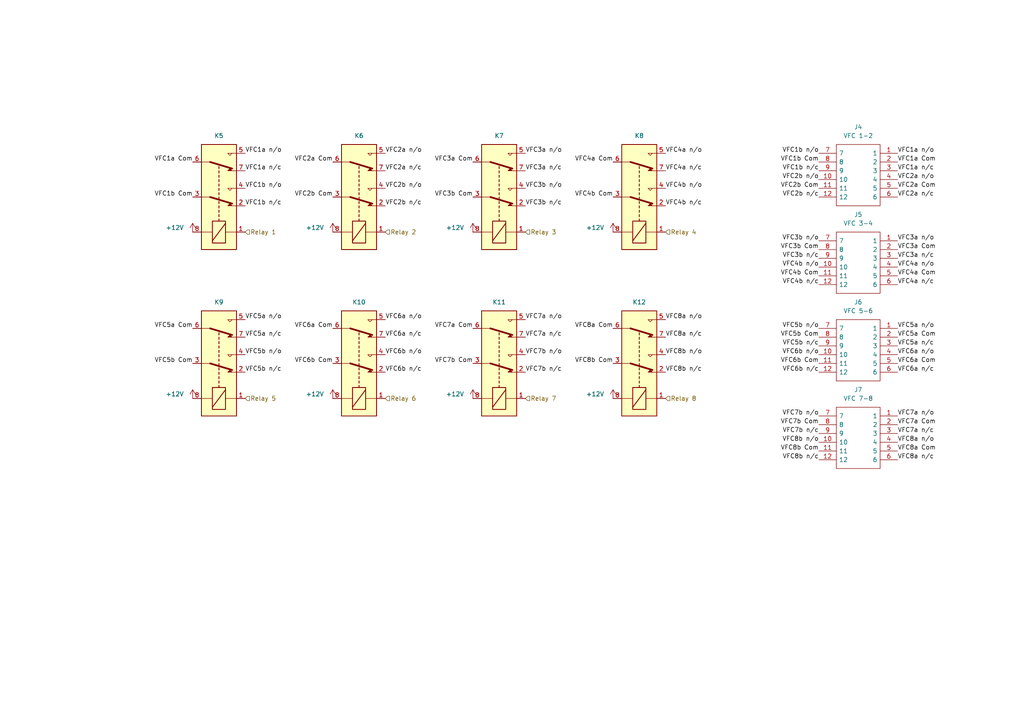
<source format=kicad_sch>
(kicad_sch (version 20211123) (generator eeschema)
  (paper "A4")
  (lib_symbols
    (symbol "Component Search Engine:Pluggable Terminal Blocks SDDC 1,5{slash} 6-PV-3,5" (pin_names (offset 0.762))
      (property "Reference" "J" (at 19.05 7.62 0))
      (property "Value" "Pluggable Terminal Blocks SDDC 1,5{slash} 6-PV-3,5" (at 19.05 5.08 0))
      (symbol "Pluggable Terminal Blocks SDDC 1,5{slash} 6-PV-3,5_0_0"
        (pin passive line (at 22.86 0 180) (length 5.08) (name "1") (number "1"))
        (pin passive line (at 0 -7.62 0) (length 5.08) (name "10") (number "10"))
        (pin passive line (at 0 -10.16 0) (length 5.08) (name "11") (number "11"))
        (pin passive line (at 0 -12.7 0) (length 5.08) (name "12") (number "12"))
        (pin passive line (at 22.86 -2.54 180) (length 5.08) (name "2") (number "2"))
        (pin passive line (at 22.86 -5.08 180) (length 5.08) (name "3") (number "3"))
        (pin passive line (at 22.86 -7.62 180) (length 5.08) (name "4") (number "4"))
        (pin passive line (at 22.86 -10.16 180) (length 5.08) (name "5") (number "5"))
        (pin passive line (at 22.86 -12.7 180) (length 5.08) (name "6") (number "6"))
        (pin passive line (at 0 0 0) (length 5.08) (name "7") (number "7"))
        (pin passive line (at 0 -2.54 0) (length 5.08) (name "8") (number "8"))
        (pin passive line (at 0 -5.08 0) (length 5.08) (name "9") (number "9"))
      )
      (symbol "Pluggable Terminal Blocks SDDC 1,5{slash} 6-PV-3,5_0_1"
        (polyline (pts (xy 5.08 2.54) (xy 17.78 2.54) (xy 17.78 -15.24) (xy 5.08 -15.24) (xy 5.08 2.54)) (stroke (width 0.1524)))
      )
    )
    (symbol "Relay:G2RL-2-DC24"
      (property "Reference" "RL" (at 16.51 3.81 0))
      (property "Value" "G2RL-2-DC24" (at 16.51 1.27 0))
      (symbol "G2RL-2-DC24_0_1"
        (rectangle (start -15.24 5.08) (end 15.24 -5.08) (stroke (width 0.254)) (fill (type background)))
        (rectangle (start -13.335 1.905) (end -6.985 -1.905) (stroke (width 0.254)))
        (polyline (pts (xy -12.7 -1.905) (xy -7.62 1.905)) (stroke (width 0.254)))
        (polyline (pts (xy -10.16 -5.08) (xy -10.16 -1.905)))
        (polyline (pts (xy -10.16 5.08) (xy -10.16 1.905)))
        (polyline (pts (xy -6.985 0) (xy -6.35 0)) (stroke (width 0.254)))
        (polyline (pts (xy -5.715 0) (xy -5.08 0)) (stroke (width 0.254)))
        (polyline (pts (xy -4.445 0) (xy -3.81 0)) (stroke (width 0.254)))
        (polyline (pts (xy -3.175 0) (xy -2.54 0)) (stroke (width 0.254)))
        (polyline (pts (xy -1.905 0) (xy -1.27 0)) (stroke (width 0.254)))
        (polyline (pts (xy -0.635 0) (xy 0 0)) (stroke (width 0.254)))
        (polyline (pts (xy 0 -2.54) (xy -1.905 3.81)) (stroke (width 0.508)))
        (polyline (pts (xy 0 -2.54) (xy 0 -5.08)))
        (polyline (pts (xy 0.635 0) (xy 1.27 0)) (stroke (width 0.254)))
        (polyline (pts (xy 1.905 0) (xy 2.54 0)) (stroke (width 0.254)))
        (polyline (pts (xy 3.175 0) (xy 3.81 0)) (stroke (width 0.254)))
        (polyline (pts (xy 4.445 0) (xy 5.08 0)) (stroke (width 0.254)))
        (polyline (pts (xy 5.715 0) (xy 6.35 0)) (stroke (width 0.254)))
        (polyline (pts (xy 6.985 0) (xy 7.62 0)) (stroke (width 0.254)))
        (polyline (pts (xy 8.255 0) (xy 8.89 0)) (stroke (width 0.254)))
        (polyline (pts (xy 10.16 -2.54) (xy 8.255 3.81)) (stroke (width 0.508)))
        (polyline (pts (xy 10.16 -2.54) (xy 10.16 -5.08)))
        (polyline (pts (xy -2.54 5.08) (xy -2.54 2.54) (xy -1.905 3.175) (xy -2.54 3.81)) (fill (type outline)))
        (polyline (pts (xy 2.54 5.08) (xy 2.54 2.54) (xy 1.905 3.175) (xy 2.54 3.81)))
        (polyline (pts (xy 7.62 5.08) (xy 7.62 2.54) (xy 8.255 3.175) (xy 7.62 3.81)) (fill (type outline)))
        (polyline (pts (xy 12.7 5.08) (xy 12.7 2.54) (xy 12.065 3.175) (xy 12.7 3.81)))
      )
      (symbol "G2RL-2-DC24_1_1"
        (pin passive line (at -10.16 7.62 270) (length 2.54) (name "~") (number "1"))
        (pin passive line (at -2.54 7.62 270) (length 2.54) (name "~") (number "2"))
        (pin passive line (at 0 -7.62 90) (length 2.54) (name "~") (number "3"))
        (pin passive line (at 2.54 7.62 270) (length 2.54) (name "~") (number "4"))
        (pin passive line (at 12.7 7.62 270) (length 2.54) (name "~") (number "5"))
        (pin passive line (at 10.16 -7.62 90) (length 2.54) (name "~") (number "6"))
        (pin passive line (at 7.62 7.62 270) (length 2.54) (name "~") (number "7"))
        (pin passive line (at -10.16 -7.62 90) (length 2.54) (name "~") (number "8"))
      )
    )
    (symbol "power:+12V" (power) (pin_names (offset 0))
      (property "Value" "+12V" (at 0 3.556 0))
      (symbol "+12V_0_1"
        (polyline (pts (xy -0.762 1.27) (xy 0 2.54)))
        (polyline (pts (xy 0 0) (xy 0 2.54)))
        (polyline (pts (xy 0 2.54) (xy 0.762 1.27)))
      )
      (symbol "+12V_1_1"
        (pin power_in line (at 0 0 90) (length 0) hide (name "+12V") (number "1"))
      )
    )
  )
  (label "VFC2a n{slash}c" (at 260.35 57.15 0))
  (label "VFC1b Com" (at 55.88 57.15 180))
  (label "VFC6b Com" (at 96.52 105.41 180))
  (label "VFC3a n{slash}o" (at 152.4 44.45 0))
  (label "VFC3a n{slash}o" (at 260.35 69.85 0))
  (label "VFC8b n{slash}c" (at 193.04 107.95 0))
  (label "VFC5a n{slash}o" (at 260.35 95.25 0))
  (label "VFC1b n{slash}o" (at 237.49 44.45 180))
  (label "VFC4a n{slash}c" (at 193.04 49.53 0))
  (label "VFC8b n{slash}c" (at 237.49 133.35 180))
  (label "VFC7a n{slash}o" (at 260.35 120.65 0))
  (label "VFC1a n{slash}o" (at 71.12 44.45 0))
  (label "VFC4b Com" (at 177.8 57.15 180))
  (label "VFC7b Com" (at 137.16 105.41 180))
  (label "VFC4b n{slash}c" (at 237.49 82.55 180))
  (label "VFC5a Com" (at 55.88 95.25 180))
  (label "VFC3b n{slash}c" (at 152.4 59.69 0))
  (label "VFC2b n{slash}c" (at 111.76 59.69 0))
  (label "VFC5b n{slash}c" (at 71.12 107.95 0))
  (label "VFC7a Com" (at 137.16 95.25 180))
  (label "VFC6a n{slash}c" (at 111.76 97.79 0))
  (label "VFC5b n{slash}o" (at 237.49 95.25 180))
  (label "VFC4a n{slash}c" (at 260.35 82.55 0))
  (label "VFC2b n{slash}o" (at 237.49 52.07 180))
  (label "VFC6b n{slash}c" (at 237.49 107.95 180))
  (label "VFC8b Com" (at 177.8 105.41 180))
  (label "VFC4a n{slash}o" (at 260.35 77.47 0))
  (label "VFC5b n{slash}o" (at 71.12 102.87 0))
  (label "VFC4a Com" (at 177.8 46.99 180))
  (label "VFC2b n{slash}o" (at 111.76 54.61 0))
  (label "VFC2a n{slash}o" (at 111.76 44.45 0))
  (label "VFC5b Com" (at 55.88 105.41 180))
  (label "VFC1b n{slash}c" (at 71.12 59.69 0))
  (label "VFC6b n{slash}o" (at 237.49 102.87 180))
  (label "VFC6a n{slash}c" (at 260.35 107.95 0))
  (label "VFC7b n{slash}c" (at 237.49 125.73 180))
  (label "VFC6b Com" (at 237.49 105.41 180))
  (label "VFC2b Com" (at 237.49 54.61 180))
  (label "VFC4a n{slash}o" (at 193.04 44.45 0))
  (label "VFC7a n{slash}c" (at 260.35 125.73 0))
  (label "VFC3b n{slash}c" (at 237.49 74.93 180))
  (label "VFC2a Com" (at 260.35 54.61 0))
  (label "VFC1a n{slash}c" (at 260.35 49.53 0))
  (label "VFC2b n{slash}c" (at 237.49 57.15 180))
  (label "VFC6a n{slash}o" (at 260.35 102.87 0))
  (label "VFC1a n{slash}c" (at 71.12 49.53 0))
  (label "VFC3a n{slash}c" (at 152.4 49.53 0))
  (label "VFC8a n{slash}o" (at 193.04 92.71 0))
  (label "VFC4b Com" (at 237.49 80.01 180))
  (label "VFC2a Com" (at 96.52 46.99 180))
  (label "VFC4b n{slash}o" (at 237.49 77.47 180))
  (label "VFC7b n{slash}o" (at 152.4 102.87 0))
  (label "VFC6a Com" (at 96.52 95.25 180))
  (label "VFC2b Com" (at 96.52 57.15 180))
  (label "VFC8a n{slash}c" (at 193.04 97.79 0))
  (label "VFC6b n{slash}c" (at 111.76 107.95 0))
  (label "VFC8b Com" (at 237.49 130.81 180))
  (label "VFC3a Com" (at 137.16 46.99 180))
  (label "VFC5a n{slash}o" (at 71.12 92.71 0))
  (label "VFC5a n{slash}c" (at 260.35 100.33 0))
  (label "VFC5a Com" (at 260.35 97.79 0))
  (label "VFC7b n{slash}o" (at 237.49 120.65 180))
  (label "VFC7b Com" (at 237.49 123.19 180))
  (label "VFC2a n{slash}o" (at 260.35 52.07 0))
  (label "VFC3b n{slash}o" (at 152.4 54.61 0))
  (label "VFC1b n{slash}o" (at 71.12 54.61 0))
  (label "VFC3a n{slash}c" (at 260.35 74.93 0))
  (label "VFC1a n{slash}o" (at 260.35 44.45 0))
  (label "VFC8a Com" (at 260.35 130.81 0))
  (label "VFC8a n{slash}o" (at 260.35 128.27 0))
  (label "VFC3b n{slash}o" (at 237.49 69.85 180))
  (label "VFC7a n{slash}c" (at 152.4 97.79 0))
  (label "VFC2a n{slash}c" (at 111.76 49.53 0))
  (label "VFC6a n{slash}o" (at 111.76 92.71 0))
  (label "VFC7a n{slash}o" (at 152.4 92.71 0))
  (label "VFC3a Com" (at 260.35 72.39 0))
  (label "VFC1b Com" (at 237.49 46.99 180))
  (label "VFC8b n{slash}o" (at 193.04 102.87 0))
  (label "VFC7a Com" (at 260.35 123.19 0))
  (label "VFC6b n{slash}o" (at 111.76 102.87 0))
  (label "VFC5b Com" (at 237.49 97.79 180))
  (label "VFC1a Com" (at 55.88 46.99 180))
  (label "VFC4a Com" (at 260.35 80.01 0))
  (label "VFC3b Com" (at 237.49 72.39 180))
  (label "VFC8a n{slash}c" (at 260.35 133.35 0))
  (label "VFC8a Com" (at 177.8 95.25 180))
  (label "VFC6a Com" (at 260.35 105.41 0))
  (label "VFC4b n{slash}c" (at 193.04 59.69 0))
  (label "VFC5a n{slash}c" (at 71.12 97.79 0))
  (label "VFC3b Com" (at 137.16 57.15 180))
  (label "VFC1a Com" (at 260.35 46.99 0))
  (label "VFC5b n{slash}c" (at 237.49 100.33 180))
  (label "VFC4b n{slash}o" (at 193.04 54.61 0))
  (label "VFC7b n{slash}c" (at 152.4 107.95 0))
  (label "VFC8b n{slash}o" (at 237.49 128.27 180))
  (label "VFC1b n{slash}c" (at 237.49 49.53 180))
  (hierarchical_label "Relay 8" (shape input) (at 193.04 115.57 0))
  (hierarchical_label "Relay 2" (shape input) (at 111.76 67.31 0))
  (hierarchical_label "Relay 7" (shape input) (at 152.4 115.57 0))
  (hierarchical_label "Relay 6" (shape input) (at 111.76 115.57 0))
  (hierarchical_label "Relay 5" (shape input) (at 71.12 115.57 0))
  (hierarchical_label "Relay 4" (shape input) (at 193.04 67.31 0))
  (hierarchical_label "Relay 1" (shape input) (at 71.12 67.31 0))
  (hierarchical_label "Relay 3" (shape input) (at 152.4 67.31 0))
  (symbol (lib_id "Relay:G2RL-2-DC24") (at 185.42 105.41 270) (mirror x) (unit 1)
    (property "Reference" "K12" (at 185.42 87.63 90))
    (property "Value" "PC357" (effects hide))
    (property "Footprint" "_Connectors:PC375" (effects hide))
    (property "Datasheet" "https://pickercomponents.com/pdf/Relays/PC375.pdf" (effects hide))
    (property "DigiKey #" "2634-PC375-2C-12S4-X-ND" (effects hide))
    (property "Manufacturer #" "PC375-2C-12S4-X" (effects hide))
    (property "Description" "General Purpose Relay DPDT (2 Form C) 12VDC Coil Through Hole" (effects hide))
    (property "DigiKey Price/Stock" "https://www.digikey.co.uk/en/products/detail/picker-components/PC375-2C-12S4-X/12352856?s=N4IgTCBcDa4GwGYAsBaACgYQQdgKwrAxQEYwBlVADRQDkAREAXQF8g" (effects hide))
    (property "Manufacturer" "Picker Components" (effects hide))
  )
  (symbol (lib_id "Component Search Engine:Pluggable Terminal Blocks SDDC 1,5{slash} 6-PV-3,5") (at 237.49 95.25 0) (unit 1)
    (property "Reference" "J6" (at 248.92 87.63 0))
    (property "Value" "VFC 5-6" (at 248.92 90.17 0))
    (property "Footprint" "Component Search Engine:Pluggable Terminal Blocks SDDC 1.5mm pitch 12 Pin" (effects hide))
    (property "Datasheet" "https://datasheet.datasheetarchive.com/originals/distributors/DKDS-4/71066.pdf" (effects hide))
    (property "Description" "Pluggable Terminal Blocks SDDC 1,5/ 6-PV-3,5" (effects hide))
    (property "Height" "16" (effects hide))
    (property "Mouser Price/Stock" "https://www.mouser.co.uk/ProductDetail/Phoenix-Contact/1848684?qs=0kYgdqhPduG4EaaFk8CcwA%3D%3D" (effects hide))
    (property "Arrow Part Number" "1848684" (effects hide))
    (property "Arrow Price/Stock" "https://www.arrow.com/en/products/1848684/phoenix-contact?region=nac" (effects hide))
    (property "Manufacturer" "Phoenix Contact" (effects hide))
    (property "Manufacturer #" "1848684" (effects hide))
    (property "Mouser #" "651-1848684" (effects hide))
  )
  (symbol (lib_id "Relay:G2RL-2-DC24") (at 63.5 105.41 270) (mirror x) (unit 1)
    (property "Reference" "K9" (at 63.5 87.63 90))
    (property "Value" "PC357" (effects hide))
    (property "Footprint" "_Connectors:PC375" (effects hide))
    (property "Datasheet" "https://pickercomponents.com/pdf/Relays/PC375.pdf" (effects hide))
    (property "DigiKey #" "2634-PC375-2C-12S4-X-ND" (effects hide))
    (property "Manufacturer #" "PC375-2C-12S4-X" (effects hide))
    (property "Description" "General Purpose Relay DPDT (2 Form C) 12VDC Coil Through Hole" (effects hide))
    (property "DigiKey Price/Stock" "https://www.digikey.co.uk/en/products/detail/picker-components/PC375-2C-12S4-X/12352856?s=N4IgTCBcDa4GwGYAsBaACgYQQdgKwrAxQEYwBlVADRQDkAREAXQF8g" (effects hide))
    (property "Manufacturer" "Picker Components" (effects hide))
  )
  (symbol (lib_id "Relay:G2RL-2-DC24") (at 144.78 105.41 270) (mirror x) (unit 1)
    (property "Reference" "K11" (at 144.78 87.63 90))
    (property "Value" "PC357" (effects hide))
    (property "Footprint" "_Connectors:PC375" (effects hide))
    (property "Datasheet" "https://pickercomponents.com/pdf/Relays/PC375.pdf" (effects hide))
    (property "DigiKey #" "2634-PC375-2C-12S4-X-ND" (effects hide))
    (property "Manufacturer #" "PC375-2C-12S4-X" (effects hide))
    (property "Description" "General Purpose Relay DPDT (2 Form C) 12VDC Coil Through Hole" (effects hide))
    (property "DigiKey Price/Stock" "https://www.digikey.co.uk/en/products/detail/picker-components/PC375-2C-12S4-X/12352856?s=N4IgTCBcDa4GwGYAsBaACgYQQdgKwrAxQEYwBlVADRQDkAREAXQF8g" (effects hide))
    (property "Manufacturer" "Picker Components" (effects hide))
  )
  (symbol (lib_id "power:+12V") (at 137.16 67.31 0) (unit 1)
    (property "Reference" "#PWR068" (effects hide))
    (property "Value" "+12V" (at 134.62 66.0399 0) (effects (justify right)))
  )
  (symbol (lib_id "power:+12V") (at 55.88 67.31 0) (unit 1)
    (property "Reference" "#PWR066" (effects hide))
    (property "Value" "+12V" (at 53.34 66.0399 0) (effects (justify right)))
  )
  (symbol (lib_id "power:+12V") (at 96.52 115.57 0) (unit 1)
    (property "Reference" "#PWR071" (effects hide))
    (property "Value" "+12V" (at 93.98 114.2999 0) (effects (justify right)))
  )
  (symbol (lib_id "Component Search Engine:Pluggable Terminal Blocks SDDC 1,5{slash} 6-PV-3,5") (at 237.49 44.45 0) (unit 1)
    (property "Reference" "J4" (at 248.92 36.83 0))
    (property "Value" "VFC 1-2" (at 248.92 39.37 0))
    (property "Footprint" "Component Search Engine:Pluggable Terminal Blocks SDDC 1.5mm pitch 12 Pin" (effects hide))
    (property "Datasheet" "https://datasheet.datasheetarchive.com/originals/distributors/DKDS-4/71066.pdf" (effects hide))
    (property "Description" "Pluggable Terminal Blocks SDDC 1,5/ 6-PV-3,5" (effects hide))
    (property "Height" "16" (effects hide))
    (property "Mouser Price/Stock" "https://www.mouser.co.uk/ProductDetail/Phoenix-Contact/1848684?qs=0kYgdqhPduG4EaaFk8CcwA%3D%3D" (effects hide))
    (property "Arrow Part Number" "1848684" (effects hide))
    (property "Arrow Price/Stock" "https://www.arrow.com/en/products/1848684/phoenix-contact?region=nac" (effects hide))
    (property "Manufacturer" "Phoenix Contact" (effects hide))
    (property "Manufacturer #" "1848684" (effects hide))
    (property "Mouser #" "651-1848684" (effects hide))
  )
  (symbol (lib_id "power:+12V") (at 137.16 115.57 0) (unit 1)
    (property "Reference" "#PWR072" (effects hide))
    (property "Value" "+12V" (at 134.62 114.2999 0) (effects (justify right)))
  )
  (symbol (lib_id "Component Search Engine:Pluggable Terminal Blocks SDDC 1,5{slash} 6-PV-3,5") (at 237.49 69.85 0) (unit 1)
    (property "Reference" "J5" (at 248.92 62.23 0))
    (property "Value" "VFC 3-4" (at 248.92 64.77 0))
    (property "Footprint" "Component Search Engine:Pluggable Terminal Blocks SDDC 1.5mm pitch 12 Pin" (effects hide))
    (property "Datasheet" "https://datasheet.datasheetarchive.com/originals/distributors/DKDS-4/71066.pdf" (effects hide))
    (property "Description" "Pluggable Terminal Blocks SDDC 1,5/ 6-PV-3,5" (effects hide))
    (property "Height" "16" (effects hide))
    (property "Mouser Price/Stock" "https://www.mouser.co.uk/ProductDetail/Phoenix-Contact/1848684?qs=0kYgdqhPduG4EaaFk8CcwA%3D%3D" (effects hide))
    (property "Arrow Part Number" "1848684" (effects hide))
    (property "Arrow Price/Stock" "https://www.arrow.com/en/products/1848684/phoenix-contact?region=nac" (effects hide))
    (property "Manufacturer" "Phoenix Contact" (effects hide))
    (property "Manufacturer #" "1848684" (effects hide))
    (property "Mouser #" "651-1848684" (effects hide))
  )
  (symbol (lib_id "Component Search Engine:Pluggable Terminal Blocks SDDC 1,5{slash} 6-PV-3,5") (at 237.49 120.65 0) (unit 1)
    (property "Reference" "J7" (at 248.92 113.03 0))
    (property "Value" "VFC 7-8" (at 248.92 115.57 0))
    (property "Footprint" "Component Search Engine:Pluggable Terminal Blocks SDDC 1.5mm pitch 12 Pin" (effects hide))
    (property "Datasheet" "https://datasheet.datasheetarchive.com/originals/distributors/DKDS-4/71066.pdf" (effects hide))
    (property "Description" "Pluggable Terminal Blocks SDDC 1,5/ 6-PV-3,5" (effects hide))
    (property "Height" "16" (effects hide))
    (property "Mouser Price/Stock" "https://www.mouser.co.uk/ProductDetail/Phoenix-Contact/1848684?qs=0kYgdqhPduG4EaaFk8CcwA%3D%3D" (effects hide))
    (property "Arrow Part Number" "1848684" (effects hide))
    (property "Arrow Price/Stock" "https://www.arrow.com/en/products/1848684/phoenix-contact?region=nac" (effects hide))
    (property "Manufacturer" "Phoenix Contact" (effects hide))
    (property "Manufacturer #" "1848684" (effects hide))
    (property "Mouser #" "651-1848684" (effects hide))
  )
  (symbol (lib_id "Relay:G2RL-2-DC24") (at 104.14 57.15 270) (mirror x) (unit 1)
    (property "Reference" "K6" (at 104.14 39.37 90))
    (property "Value" "PC357" (effects hide))
    (property "Footprint" "_Connectors:PC375" (effects hide))
    (property "Datasheet" "https://pickercomponents.com/pdf/Relays/PC375.pdf" (effects hide))
    (property "DigiKey #" "2634-PC375-2C-12S4-X-ND" (effects hide))
    (property "Manufacturer #" "PC375-2C-12S4-X" (effects hide))
    (property "Description" "General Purpose Relay DPDT (2 Form C) 12VDC Coil Through Hole" (effects hide))
    (property "DigiKey Price/Stock" "https://www.digikey.co.uk/en/products/detail/picker-components/PC375-2C-12S4-X/12352856?s=N4IgTCBcDa4GwGYAsBaACgYQQdgKwrAxQEYwBlVADRQDkAREAXQF8g" (effects hide))
    (property "Manufacturer" "Picker Components" (effects hide))
  )
  (symbol (lib_id "Relay:G2RL-2-DC24") (at 185.42 57.15 270) (mirror x) (unit 1)
    (property "Reference" "K8" (at 185.42 39.37 90))
    (property "Value" "PC357" (effects hide))
    (property "Footprint" "_Connectors:PC375" (effects hide))
    (property "Datasheet" "https://pickercomponents.com/pdf/Relays/PC375.pdf" (effects hide))
    (property "DigiKey #" "2634-PC375-2C-12S4-X-ND" (effects hide))
    (property "Manufacturer #" "PC375-2C-12S4-X" (effects hide))
    (property "Description" "General Purpose Relay DPDT (2 Form C) 12VDC Coil Through Hole" (effects hide))
    (property "DigiKey Price/Stock" "https://www.digikey.co.uk/en/products/detail/picker-components/PC375-2C-12S4-X/12352856?s=N4IgTCBcDa4GwGYAsBaACgYQQdgKwrAxQEYwBlVADRQDkAREAXQF8g" (effects hide))
    (property "Manufacturer" "Picker Components" (effects hide))
  )
  (symbol (lib_id "Relay:G2RL-2-DC24") (at 144.78 57.15 270) (mirror x) (unit 1)
    (property "Reference" "K7" (at 144.78 39.37 90))
    (property "Value" "PC357" (effects hide))
    (property "Footprint" "_Connectors:PC375" (effects hide))
    (property "Datasheet" "https://pickercomponents.com/pdf/Relays/PC375.pdf" (effects hide))
    (property "DigiKey #" "2634-PC375-2C-12S4-X-ND" (effects hide))
    (property "Manufacturer #" "PC375-2C-12S4-X" (effects hide))
    (property "Description" "General Purpose Relay DPDT (2 Form C) 12VDC Coil Through Hole" (effects hide))
    (property "DigiKey Price/Stock" "https://www.digikey.co.uk/en/products/detail/picker-components/PC375-2C-12S4-X/12352856?s=N4IgTCBcDa4GwGYAsBaACgYQQdgKwrAxQEYwBlVADRQDkAREAXQF8g" (effects hide))
    (property "Manufacturer" "Picker Components" (effects hide))
  )
  (symbol (lib_id "power:+12V") (at 96.52 67.31 0) (unit 1)
    (property "Reference" "#PWR067" (effects hide))
    (property "Value" "+12V" (at 93.98 66.0399 0) (effects (justify right)))
  )
  (symbol (lib_id "Relay:G2RL-2-DC24") (at 63.5 57.15 270) (mirror x) (unit 1)
    (property "Reference" "K5" (at 63.5 39.37 90))
    (property "Value" "PC357" (effects hide))
    (property "Footprint" "_Connectors:PC375" (effects hide))
    (property "Datasheet" "https://pickercomponents.com/pdf/Relays/PC375.pdf" (effects hide))
    (property "DigiKey #" "2634-PC375-2C-12S4-X-ND" (effects hide))
    (property "Manufacturer #" "PC375-2C-12S4-X" (effects hide))
    (property "Description" "General Purpose Relay DPDT (2 Form C) 12VDC Coil Through Hole" (effects hide))
    (property "DigiKey Price/Stock" "https://www.digikey.co.uk/en/products/detail/picker-components/PC375-2C-12S4-X/12352856?s=N4IgTCBcDa4GwGYAsBaACgYQQdgKwrAxQEYwBlVADRQDkAREAXQF8g" (effects hide))
    (property "Manufacturer" "Picker Components" (effects hide))
  )
  (symbol (lib_id "power:+12V") (at 55.88 115.57 0) (unit 1)
    (property "Reference" "#PWR070" (effects hide))
    (property "Value" "+12V" (at 53.34 114.2999 0) (effects (justify right)))
  )
  (symbol (lib_id "power:+12V") (at 177.8 67.31 0) (unit 1)
    (property "Reference" "#PWR069" (effects hide))
    (property "Value" "+12V" (at 175.26 66.0399 0) (effects (justify right)))
  )
  (symbol (lib_id "power:+12V") (at 177.8 115.57 0) (unit 1)
    (property "Reference" "#PWR073" (effects hide))
    (property "Value" "+12V" (at 175.26 114.2999 0) (effects (justify right)))
  )
  (symbol (lib_id "Relay:G2RL-2-DC24") (at 104.14 105.41 270) (mirror x) (unit 1)
    (property "Reference" "K10" (at 104.14 87.63 90))
    (property "Value" "PC357" (effects hide))
    (property "Footprint" "_Connectors:PC375" (effects hide))
    (property "Datasheet" "https://pickercomponents.com/pdf/Relays/PC375.pdf" (effects hide))
    (property "DigiKey #" "2634-PC375-2C-12S4-X-ND" (effects hide))
    (property "Manufacturer #" "PC375-2C-12S4-X" (effects hide))
    (property "Description" "General Purpose Relay DPDT (2 Form C) 12VDC Coil Through Hole" (effects hide))
    (property "DigiKey Price/Stock" "https://www.digikey.co.uk/en/products/detail/picker-components/PC375-2C-12S4-X/12352856?s=N4IgTCBcDa4GwGYAsBaACgYQQdgKwrAxQEYwBlVADRQDkAREAXQF8g" (effects hide))
    (property "Manufacturer" "Picker Components" (effects hide))
  )
)
</source>
